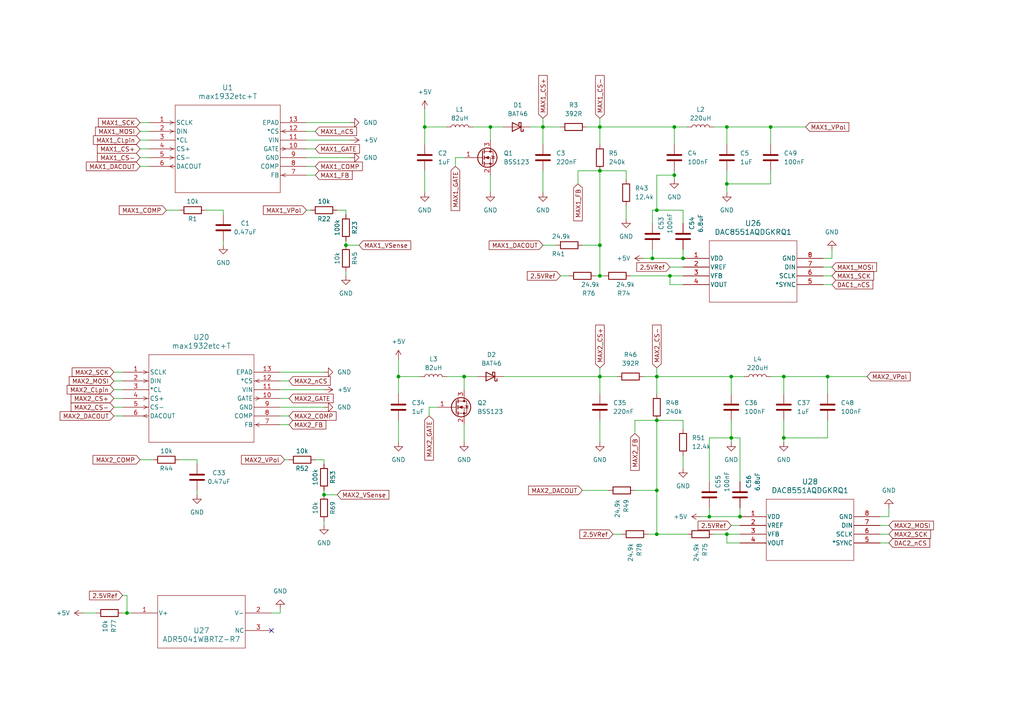
<source format=kicad_sch>
(kicad_sch (version 20230121) (generator eeschema)
  (paper "A4")
  (lib_symbols
    (symbol "0A_ADR5041WBRTZ_R7:ADR5041WBRTZ-R7" (pin_names (offset 0.254))
      (property "Reference" "U" (at 20.32 10.16 0))
      (property "Value" "ADR5041WBRTZ-R7" (at 20.32 7.62 0))
      (symbol "ADR5041WBRTZ-R7_0_1"
        (polyline (pts (xy 7.62 -10.16) (xy 33.02 -10.16)) (stroke (width 0.127)))
        (polyline (pts (xy 7.62 5.08) (xy 7.62 -10.16)) (stroke (width 0.127)))
        (polyline (pts (xy 33.02 -10.16) (xy 33.02 5.08)) (stroke (width 0.127)))
        (polyline (pts (xy 33.02 5.08) (xy 7.62 5.08)) (stroke (width 0.127)))
        (pin unspecified line (at 0 0 0) (length 7.62) (name "V+") (number "1"))
        (pin unspecified line (at 40.64 0 180) (length 7.62) (name "V-") (number "2"))
        (pin unspecified line (at 40.64 -5.08 180) (length 7.62) (name "NC") (number "3"))
      )
    )
    (symbol "0A_DAC8551AQDGKRQ1:DAC8551AQDGKRQ1" (pin_names (offset 0.254))
      (property "Reference" "U" (at 20.32 10.16 0))
      (property "Value" "DAC8551AQDGKRQ1" (at 20.32 7.62 0))
      (symbol "DAC8551AQDGKRQ1_0_1"
        (polyline (pts (xy 7.62 -12.7) (xy 33.02 -12.7)) (stroke (width 0.127)))
        (polyline (pts (xy 7.62 5.08) (xy 7.62 -12.7)) (stroke (width 0.127)))
        (polyline (pts (xy 33.02 -12.7) (xy 33.02 5.08)) (stroke (width 0.127)))
        (polyline (pts (xy 33.02 5.08) (xy 7.62 5.08)) (stroke (width 0.127)))
        (pin power_in line (at 0 0 0) (length 7.62) (name "VDD") (number "1"))
        (pin input line (at 0 -2.54 0) (length 7.62) (name "VREF") (number "2"))
        (pin output line (at 0 -5.08 0) (length 7.62) (name "VFB") (number "3"))
        (pin output line (at 0 -7.62 0) (length 7.62) (name "VOUT") (number "4"))
        (pin input line (at 40.64 -7.62 180) (length 7.62) (name "*SYNC") (number "5"))
        (pin input line (at 40.64 -5.08 180) (length 7.62) (name "SCLK") (number "6"))
        (pin input line (at 40.64 -2.54 180) (length 7.62) (name "DIN") (number "7"))
        (pin power_in line (at 40.64 0 180) (length 7.62) (name "GND") (number "8"))
      )
    )
    (symbol "2024-04-19_19-48-12:max1932etc+T" (pin_names (offset 0.254))
      (property "Reference" "U" (at 22.86 10.16 0))
      (property "Value" "max1932etc+T" (at 22.86 7.62 0))
      (symbol "max1932etc+T_0_1"
        (polyline (pts (xy 7.0993 -13.2207) (xy 6.0579 -12.7)) (stroke (width 0.127)))
        (polyline (pts (xy 7.0993 -12.1793) (xy 6.0579 -12.7)) (stroke (width 0.127)))
        (polyline (pts (xy 7.0993 -10.16) (xy 6.0579 -10.6807)) (stroke (width 0.127)))
        (polyline (pts (xy 7.0993 -10.16) (xy 6.0579 -9.6393)) (stroke (width 0.127)))
        (polyline (pts (xy 7.0993 -7.62) (xy 6.0579 -8.1407)) (stroke (width 0.127)))
        (polyline (pts (xy 7.0993 -7.62) (xy 6.0579 -7.0993)) (stroke (width 0.127)))
        (polyline (pts (xy 7.0993 -2.54) (xy 6.0579 -3.0607)) (stroke (width 0.127)))
        (polyline (pts (xy 7.0993 -2.54) (xy 6.0579 -2.0193)) (stroke (width 0.127)))
        (polyline (pts (xy 7.0993 0) (xy 6.0579 -0.5207)) (stroke (width 0.127)))
        (polyline (pts (xy 7.0993 0) (xy 6.0579 0.5207)) (stroke (width 0.127)))
        (polyline (pts (xy 7.62 -20.32) (xy 38.1 -20.32)) (stroke (width 0.127)))
        (polyline (pts (xy 7.62 5.08) (xy 7.62 -20.32)) (stroke (width 0.127)))
        (polyline (pts (xy 38.1 -20.32) (xy 38.1 5.08)) (stroke (width 0.127)))
        (polyline (pts (xy 38.1 5.08) (xy 7.62 5.08)) (stroke (width 0.127)))
        (polyline (pts (xy 38.6207 -15.24) (xy 39.6621 -15.7607)) (stroke (width 0.127)))
        (polyline (pts (xy 38.6207 -15.24) (xy 39.6621 -14.7193)) (stroke (width 0.127)))
        (polyline (pts (xy 38.6207 -8.1407) (xy 39.6621 -7.62)) (stroke (width 0.127)))
        (polyline (pts (xy 38.6207 -7.0993) (xy 39.6621 -7.62)) (stroke (width 0.127)))
        (polyline (pts (xy 38.6207 -2.54) (xy 39.6621 -3.0607)) (stroke (width 0.127)))
        (polyline (pts (xy 38.6207 -2.54) (xy 39.6621 -2.0193)) (stroke (width 0.127)))
        (pin input line (at 0 0 0) (length 7.62) (name "SCLK") (number "1"))
        (pin output line (at 45.72 -7.62 180) (length 7.62) (name "GATE") (number "10"))
        (pin power_in line (at 45.72 -5.08 180) (length 7.62) (name "VIN") (number "11"))
        (pin input line (at 45.72 -2.54 180) (length 7.62) (name "*CS") (number "12"))
        (pin unspecified line (at 45.72 0 180) (length 7.62) (name "EPAD") (number "13"))
        (pin input line (at 0 -2.54 0) (length 7.62) (name "DIN") (number "2"))
        (pin unspecified line (at 0 -5.08 0) (length 7.62) (name "*CL") (number "3"))
        (pin input line (at 0 -7.62 0) (length 7.62) (name "CS+") (number "4"))
        (pin input line (at 0 -10.16 0) (length 7.62) (name "CS-") (number "5"))
        (pin output line (at 0 -12.7 0) (length 7.62) (name "DACOUT") (number "6"))
        (pin input line (at 45.72 -15.24 180) (length 7.62) (name "FB") (number "7"))
        (pin unspecified line (at 45.72 -12.7 180) (length 7.62) (name "COMP") (number "8"))
        (pin power_in line (at 45.72 -10.16 180) (length 7.62) (name "GND") (number "9"))
      )
    )
    (symbol "Device:C" (pin_numbers hide) (pin_names (offset 0.254))
      (property "Reference" "C" (at 0.635 2.54 0))
      (property "Value" "C" (at 0.635 -2.54 0))
      (symbol "C_0_1"
        (polyline (pts (xy -2.032 -0.762) (xy 2.032 -0.762)) (stroke (width 0.508)))
        (polyline (pts (xy -2.032 0.762) (xy 2.032 0.762)) (stroke (width 0.508)))
      )
      (symbol "C_1_1"
        (pin passive line (at 0 3.81 270) (length 2.794) (name "~") (number "1"))
        (pin passive line (at 0 -3.81 90) (length 2.794) (name "~") (number "2"))
      )
    )
    (symbol "Device:L" (pin_numbers hide) (pin_names (offset 1.016) hide)
      (property "Reference" "L" (at -1.27 0 90))
      (property "Value" "L" (at 1.905 0 90))
      (symbol "L_0_1"
        (arc (start 0 -2.54) (mid 0.6323 -1.905) (end 0 -1.27))
        (arc (start 0 -1.27) (mid 0.6323 -0.635) (end 0 0))
        (arc (start 0 0) (mid 0.6323 0.635) (end 0 1.27))
        (arc (start 0 1.27) (mid 0.6323 1.905) (end 0 2.54))
      )
      (symbol "L_1_1"
        (pin passive line (at 0 3.81 270) (length 1.27) (name "1") (number "1"))
        (pin passive line (at 0 -3.81 90) (length 1.27) (name "2") (number "2"))
      )
    )
    (symbol "Device:R" (pin_numbers hide) (pin_names (offset 0))
      (property "Reference" "R" (at 2.032 0 90))
      (property "Value" "R" (at 0 0 90))
      (symbol "R_0_1"
        (rectangle (start -1.016 -2.54) (end 1.016 2.54) (stroke (width 0.254)))
      )
      (symbol "R_1_1"
        (pin passive line (at 0 3.81 270) (length 1.27) (name "~") (number "1"))
        (pin passive line (at 0 -3.81 90) (length 1.27) (name "~") (number "2"))
      )
    )
    (symbol "Diode:BAT46" (pin_numbers hide) (pin_names (offset 1.016) hide)
      (property "Reference" "D" (at 0 2.54 0))
      (property "Value" "BAT46" (at 0 -2.54 0))
      (symbol "BAT46_0_1"
        (polyline (pts (xy 1.27 0) (xy -1.27 0)))
        (polyline (pts (xy 1.27 1.27) (xy 1.27 -1.27) (xy -1.27 0) (xy 1.27 1.27)) (stroke (width 0.254)))
        (polyline (pts (xy -1.905 0.635) (xy -1.905 1.27) (xy -1.27 1.27) (xy -1.27 -1.27) (xy -0.635 -1.27) (xy -0.635 -0.635)) (stroke (width 0.254)))
      )
      (symbol "BAT46_1_1"
        (pin passive line (at -3.81 0 0) (length 2.54) (name "K") (number "1"))
        (pin passive line (at 3.81 0 180) (length 2.54) (name "A") (number "2"))
      )
    )
    (symbol "Transistor_FET:BSS123" (pin_names hide)
      (property "Reference" "Q" (at 5.08 1.905 0))
      (property "Value" "BSS123" (at 5.08 0 0))
      (symbol "BSS123_0_1"
        (polyline (pts (xy 0.254 0) (xy -2.54 0)))
        (polyline (pts (xy 0.254 1.905) (xy 0.254 -1.905)) (stroke (width 0.254)))
        (polyline (pts (xy 0.762 -1.27) (xy 0.762 -2.286)) (stroke (width 0.254)))
        (polyline (pts (xy 0.762 0.508) (xy 0.762 -0.508)) (stroke (width 0.254)))
        (polyline (pts (xy 0.762 2.286) (xy 0.762 1.27)) (stroke (width 0.254)))
        (polyline (pts (xy 2.54 2.54) (xy 2.54 1.778)))
        (polyline (pts (xy 2.54 -2.54) (xy 2.54 0) (xy 0.762 0)))
        (polyline (pts (xy 0.762 -1.778) (xy 3.302 -1.778) (xy 3.302 1.778) (xy 0.762 1.778)))
        (polyline (pts (xy 1.016 0) (xy 2.032 0.381) (xy 2.032 -0.381) (xy 1.016 0)) (fill (type outline)))
        (polyline (pts (xy 2.794 0.508) (xy 2.921 0.381) (xy 3.683 0.381) (xy 3.81 0.254)))
        (polyline (pts (xy 3.302 0.381) (xy 2.921 -0.254) (xy 3.683 -0.254) (xy 3.302 0.381)))
        (circle (center 1.651 0) (radius 2.794) (stroke (width 0.254)))
        (circle (center 2.54 -1.778) (radius 0.254) (fill (type outline)))
        (circle (center 2.54 1.778) (radius 0.254) (fill (type outline)))
      )
      (symbol "BSS123_1_1"
        (pin input line (at -5.08 0 0) (length 2.54) (name "G") (number "1"))
        (pin passive line (at 2.54 -5.08 90) (length 2.54) (name "S") (number "2"))
        (pin passive line (at 2.54 5.08 270) (length 2.54) (name "D") (number "3"))
      )
    )
    (symbol "power:+5V" (power) (pin_names (offset 0))
      (property "Value" "+5V" (at 0 3.556 0))
      (symbol "+5V_0_1"
        (polyline (pts (xy -0.762 1.27) (xy 0 2.54)))
        (polyline (pts (xy 0 0) (xy 0 2.54)))
        (polyline (pts (xy 0 2.54) (xy 0.762 1.27)))
      )
      (symbol "+5V_1_1"
        (pin power_in line (at 0 0 90) (length 0) hide (name "+5V") (number "1"))
      )
    )
    (symbol "power:GND" (power) (pin_names (offset 0))
      (property "Value" "GND" (at 0 -3.81 0))
      (symbol "GND_0_1"
        (polyline (pts (xy 0 0) (xy 0 -1.27) (xy 1.27 -1.27) (xy 0 -2.54) (xy -1.27 -1.27) (xy 0 -1.27)))
      )
      (symbol "GND_1_1"
        (pin power_in line (at 0 0 270) (length 0) hide (name "GND") (number "1"))
      )
    )
  )
  (junction (at 190.5 154.94))
  (junction (at 173.99 49.53))
  (junction (at 157.48 36.83))
  (junction (at 173.99 36.83))
  (junction (at 227.33 109.22))
  (junction (at 100.33 71.12))
  (junction (at 212.09 127))
  (junction (at 190.5 142.24))
  (junction (at 210.82 36.83))
  (junction (at 210.82 154.94))
  (junction (at 142.24 36.83))
  (junction (at 134.62 109.22))
  (junction (at 227.33 127))
  (junction (at 189.23 74.93))
  (junction (at 214.63 149.86))
  (junction (at 194.31 80.01))
  (junction (at 93.98 143.51))
  (junction (at 205.74 149.86))
  (junction (at 36.83 177.8))
  (junction (at 210.82 53.34))
  (junction (at 195.58 36.83))
  (junction (at 212.09 109.22))
  (junction (at 123.19 36.83))
  (junction (at 223.52 36.83))
  (junction (at 190.5 121.92))
  (junction (at 195.58 50.8))
  (junction (at 240.03 109.22))
  (junction (at 190.5 109.22))
  (junction (at 173.99 71.12))
  (junction (at 190.5 60.96))
  (junction (at 115.57 109.22))
  (junction (at 173.99 80.01))
  (junction (at 173.99 109.22))
  (junction (at 198.12 74.93))
  (no_connect (at 78.74 182.88))
  (wire (pts (xy 189.23 74.93) (xy 198.12 74.93)))
  (wire (pts (xy 173.99 109.22) (xy 179.07 109.22)))
  (wire (pts (xy 153.67 36.83) (xy 157.48 36.83)))
  (wire (pts (xy 35.56 177.8) (xy 36.83 177.8)))
  (wire (pts (xy 64.77 69.85) (xy 64.77 71.12)))
  (wire (pts (xy 190.5 109.22) (xy 190.5 114.3)))
  (wire (pts (xy 167.64 53.34) (xy 167.64 49.53)))
  (wire (pts (xy 223.52 49.53) (xy 223.52 53.34)))
  (wire (pts (xy 198.12 60.96) (xy 190.5 60.96)))
  (wire (pts (xy 88.9 43.18) (xy 91.44 43.18)))
  (wire (pts (xy 168.91 142.24) (xy 176.53 142.24)))
  (wire (pts (xy 134.62 109.22) (xy 138.43 109.22)))
  (wire (pts (xy 64.77 62.23) (xy 64.77 60.96)))
  (wire (pts (xy 91.44 133.35) (xy 93.98 133.35)))
  (wire (pts (xy 33.02 115.57) (xy 35.56 115.57)))
  (wire (pts (xy 240.03 109.22) (xy 240.03 114.3)))
  (wire (pts (xy 240.03 127) (xy 227.33 127)))
  (wire (pts (xy 223.52 109.22) (xy 227.33 109.22)))
  (wire (pts (xy 173.99 106.68) (xy 173.99 109.22)))
  (wire (pts (xy 189.23 72.39) (xy 189.23 74.93)))
  (wire (pts (xy 195.58 41.91) (xy 195.58 36.83)))
  (wire (pts (xy 129.54 109.22) (xy 134.62 109.22)))
  (wire (pts (xy 172.72 80.01) (xy 173.99 80.01)))
  (wire (pts (xy 210.82 157.48) (xy 210.82 154.94)))
  (wire (pts (xy 198.12 72.39) (xy 198.12 74.93)))
  (wire (pts (xy 100.33 60.96) (xy 100.33 62.23)))
  (wire (pts (xy 142.24 36.83) (xy 142.24 40.64)))
  (wire (pts (xy 212.09 121.92) (xy 212.09 127)))
  (wire (pts (xy 40.64 133.35) (xy 44.45 133.35)))
  (wire (pts (xy 115.57 109.22) (xy 115.57 114.3)))
  (wire (pts (xy 134.62 123.19) (xy 134.62 128.27)))
  (wire (pts (xy 210.82 154.94) (xy 214.63 154.94)))
  (wire (pts (xy 240.03 109.22) (xy 251.46 109.22)))
  (wire (pts (xy 40.64 45.72) (xy 43.18 45.72)))
  (wire (pts (xy 100.33 69.85) (xy 100.33 71.12)))
  (wire (pts (xy 173.99 49.53) (xy 181.61 49.53)))
  (wire (pts (xy 210.82 53.34) (xy 210.82 55.88)))
  (wire (pts (xy 132.08 45.72) (xy 132.08 48.26)))
  (wire (pts (xy 190.5 142.24) (xy 190.5 121.92)))
  (wire (pts (xy 81.28 110.49) (xy 83.82 110.49)))
  (wire (pts (xy 81.28 123.19) (xy 83.82 123.19)))
  (wire (pts (xy 210.82 49.53) (xy 210.82 53.34)))
  (wire (pts (xy 190.5 60.96) (xy 190.5 50.8)))
  (wire (pts (xy 255.27 152.4) (xy 257.81 152.4)))
  (wire (pts (xy 88.9 60.96) (xy 90.17 60.96)))
  (wire (pts (xy 181.61 59.69) (xy 181.61 63.5)))
  (wire (pts (xy 36.83 172.72) (xy 36.83 177.8)))
  (wire (pts (xy 33.02 120.65) (xy 35.56 120.65)))
  (wire (pts (xy 88.9 38.1) (xy 91.44 38.1)))
  (wire (pts (xy 142.24 36.83) (xy 146.05 36.83)))
  (wire (pts (xy 157.48 49.53) (xy 157.48 55.88)))
  (wire (pts (xy 93.98 142.24) (xy 93.98 143.51)))
  (wire (pts (xy 212.09 152.4) (xy 214.63 152.4)))
  (wire (pts (xy 100.33 71.12) (xy 104.14 71.12)))
  (wire (pts (xy 203.2 149.86) (xy 205.74 149.86)))
  (wire (pts (xy 48.26 60.96) (xy 52.07 60.96)))
  (wire (pts (xy 88.9 35.56) (xy 101.6 35.56)))
  (wire (pts (xy 173.99 36.83) (xy 173.99 41.91)))
  (wire (pts (xy 88.9 48.26) (xy 91.44 48.26)))
  (wire (pts (xy 173.99 71.12) (xy 173.99 49.53)))
  (wire (pts (xy 212.09 114.3) (xy 212.09 109.22)))
  (wire (pts (xy 255.27 157.48) (xy 257.81 157.48)))
  (wire (pts (xy 189.23 60.96) (xy 189.23 64.77)))
  (wire (pts (xy 214.63 139.7) (xy 214.63 127)))
  (wire (pts (xy 190.5 154.94) (xy 190.5 142.24)))
  (wire (pts (xy 223.52 36.83) (xy 233.68 36.83)))
  (wire (pts (xy 40.64 38.1) (xy 43.18 38.1)))
  (wire (pts (xy 157.48 36.83) (xy 162.56 36.83)))
  (wire (pts (xy 190.5 121.92) (xy 198.12 121.92)))
  (wire (pts (xy 24.13 177.8) (xy 27.94 177.8)))
  (wire (pts (xy 223.52 53.34) (xy 210.82 53.34)))
  (wire (pts (xy 227.33 109.22) (xy 240.03 109.22)))
  (wire (pts (xy 170.18 36.83) (xy 173.99 36.83)))
  (wire (pts (xy 123.19 36.83) (xy 129.54 36.83)))
  (wire (pts (xy 205.74 127) (xy 212.09 127)))
  (wire (pts (xy 207.01 154.94) (xy 210.82 154.94)))
  (wire (pts (xy 33.02 113.03) (xy 35.56 113.03)))
  (wire (pts (xy 173.99 109.22) (xy 173.99 114.3)))
  (wire (pts (xy 195.58 36.83) (xy 173.99 36.83)))
  (wire (pts (xy 123.19 49.53) (xy 123.19 55.88)))
  (wire (pts (xy 81.28 118.11) (xy 93.98 118.11)))
  (wire (pts (xy 93.98 143.51) (xy 97.79 143.51)))
  (wire (pts (xy 184.15 142.24) (xy 190.5 142.24)))
  (wire (pts (xy 127 118.11) (xy 124.46 118.11)))
  (wire (pts (xy 194.31 82.55) (xy 194.31 80.01)))
  (wire (pts (xy 134.62 45.72) (xy 132.08 45.72)))
  (wire (pts (xy 64.77 60.96) (xy 59.69 60.96)))
  (wire (pts (xy 97.79 60.96) (xy 100.33 60.96)))
  (wire (pts (xy 33.02 110.49) (xy 35.56 110.49)))
  (wire (pts (xy 162.56 80.01) (xy 165.1 80.01)))
  (wire (pts (xy 57.15 133.35) (xy 52.07 133.35)))
  (wire (pts (xy 195.58 36.83) (xy 199.39 36.83)))
  (wire (pts (xy 81.28 120.65) (xy 83.82 120.65)))
  (wire (pts (xy 81.28 113.03) (xy 93.98 113.03)))
  (wire (pts (xy 205.74 147.32) (xy 205.74 149.86)))
  (wire (pts (xy 190.5 50.8) (xy 195.58 50.8)))
  (wire (pts (xy 177.8 154.94) (xy 180.34 154.94)))
  (wire (pts (xy 205.74 149.86) (xy 214.63 149.86)))
  (wire (pts (xy 175.26 80.01) (xy 173.99 80.01)))
  (wire (pts (xy 173.99 34.29) (xy 173.99 36.83)))
  (wire (pts (xy 157.48 71.12) (xy 161.29 71.12)))
  (wire (pts (xy 123.19 31.75) (xy 123.19 36.83)))
  (wire (pts (xy 257.81 149.86) (xy 255.27 149.86)))
  (wire (pts (xy 186.69 109.22) (xy 190.5 109.22)))
  (wire (pts (xy 181.61 49.53) (xy 181.61 52.07)))
  (wire (pts (xy 115.57 121.92) (xy 115.57 128.27)))
  (wire (pts (xy 124.46 118.11) (xy 124.46 120.65)))
  (wire (pts (xy 182.88 80.01) (xy 194.31 80.01)))
  (wire (pts (xy 93.98 151.13) (xy 93.98 152.4)))
  (wire (pts (xy 57.15 142.24) (xy 57.15 143.51)))
  (wire (pts (xy 36.83 177.8) (xy 38.1 177.8)))
  (wire (pts (xy 198.12 121.92) (xy 198.12 124.46)))
  (wire (pts (xy 88.9 45.72) (xy 101.6 45.72)))
  (wire (pts (xy 195.58 50.8) (xy 195.58 52.07)))
  (wire (pts (xy 137.16 36.83) (xy 142.24 36.83)))
  (wire (pts (xy 198.12 82.55) (xy 194.31 82.55)))
  (wire (pts (xy 33.02 118.11) (xy 35.56 118.11)))
  (wire (pts (xy 40.64 40.64) (xy 43.18 40.64)))
  (wire (pts (xy 227.33 121.92) (xy 227.33 127)))
  (wire (pts (xy 210.82 36.83) (xy 210.82 41.91)))
  (wire (pts (xy 186.69 74.93) (xy 189.23 74.93)))
  (wire (pts (xy 205.74 139.7) (xy 205.74 127)))
  (wire (pts (xy 115.57 109.22) (xy 121.92 109.22)))
  (wire (pts (xy 57.15 134.62) (xy 57.15 133.35)))
  (wire (pts (xy 195.58 49.53) (xy 195.58 50.8)))
  (wire (pts (xy 173.99 121.92) (xy 173.99 128.27)))
  (wire (pts (xy 198.12 77.47) (xy 194.31 77.47)))
  (wire (pts (xy 238.76 77.47) (xy 241.3 77.47)))
  (wire (pts (xy 214.63 157.48) (xy 210.82 157.48)))
  (wire (pts (xy 157.48 34.29) (xy 157.48 36.83)))
  (wire (pts (xy 40.64 35.56) (xy 43.18 35.56)))
  (wire (pts (xy 227.33 127) (xy 227.33 128.27)))
  (wire (pts (xy 88.9 40.64) (xy 101.6 40.64)))
  (wire (pts (xy 81.28 176.53) (xy 81.28 177.8)))
  (wire (pts (xy 241.3 74.93) (xy 238.76 74.93)))
  (wire (pts (xy 81.28 115.57) (xy 83.82 115.57)))
  (wire (pts (xy 142.24 50.8) (xy 142.24 55.88)))
  (wire (pts (xy 198.12 64.77) (xy 198.12 60.96)))
  (wire (pts (xy 184.15 125.73) (xy 184.15 121.92)))
  (wire (pts (xy 157.48 36.83) (xy 157.48 41.91)))
  (wire (pts (xy 212.09 127) (xy 212.09 128.27)))
  (wire (pts (xy 123.19 36.83) (xy 123.19 41.91)))
  (wire (pts (xy 212.09 109.22) (xy 190.5 109.22)))
  (wire (pts (xy 198.12 132.08) (xy 198.12 135.89)))
  (wire (pts (xy 212.09 109.22) (xy 215.9 109.22)))
  (wire (pts (xy 168.91 71.12) (xy 173.99 71.12)))
  (wire (pts (xy 240.03 121.92) (xy 240.03 127)))
  (wire (pts (xy 194.31 80.01) (xy 198.12 80.01)))
  (wire (pts (xy 33.02 107.95) (xy 35.56 107.95)))
  (wire (pts (xy 146.05 109.22) (xy 173.99 109.22)))
  (wire (pts (xy 223.52 36.83) (xy 223.52 41.91)))
  (wire (pts (xy 238.76 82.55) (xy 241.3 82.55)))
  (wire (pts (xy 238.76 80.01) (xy 241.3 80.01)))
  (wire (pts (xy 81.28 107.95) (xy 93.98 107.95)))
  (wire (pts (xy 257.81 147.32) (xy 257.81 149.86)))
  (wire (pts (xy 93.98 133.35) (xy 93.98 134.62)))
  (wire (pts (xy 88.9 50.8) (xy 91.44 50.8)))
  (wire (pts (xy 207.01 36.83) (xy 210.82 36.83)))
  (wire (pts (xy 241.3 72.39) (xy 241.3 74.93)))
  (wire (pts (xy 167.64 49.53) (xy 173.99 49.53)))
  (wire (pts (xy 40.64 43.18) (xy 43.18 43.18)))
  (wire (pts (xy 210.82 36.83) (xy 223.52 36.83)))
  (wire (pts (xy 190.5 60.96) (xy 189.23 60.96)))
  (wire (pts (xy 190.5 106.68) (xy 190.5 109.22)))
  (wire (pts (xy 35.56 172.72) (xy 36.83 172.72)))
  (wire (pts (xy 184.15 121.92) (xy 190.5 121.92)))
  (wire (pts (xy 81.28 177.8) (xy 78.74 177.8)))
  (wire (pts (xy 187.96 154.94) (xy 190.5 154.94)))
  (wire (pts (xy 82.55 133.35) (xy 83.82 133.35)))
  (wire (pts (xy 173.99 71.12) (xy 173.99 80.01)))
  (wire (pts (xy 255.27 154.94) (xy 257.81 154.94)))
  (wire (pts (xy 227.33 109.22) (xy 227.33 114.3)))
  (wire (pts (xy 40.64 48.26) (xy 43.18 48.26)))
  (wire (pts (xy 100.33 78.74) (xy 100.33 80.01)))
  (wire (pts (xy 214.63 147.32) (xy 214.63 149.86)))
  (wire (pts (xy 134.62 109.22) (xy 134.62 113.03)))
  (wire (pts (xy 214.63 127) (xy 212.09 127)))
  (wire (pts (xy 199.39 154.94) (xy 190.5 154.94)))
  (wire (pts (xy 115.57 104.14) (xy 115.57 109.22)))
  (global_label "MAX2_SCK" (shape input) (at 33.02 107.95 180) (property "Intersheetrefs" "${INTERSHEET_REFS}" (effects hide)))
  (global_label "MAX2_CLpin" (shape input) (at 33.02 113.03 180) (property "Intersheetrefs" "${INTERSHEET_REFS}" (effects hide)))
  (global_label "MAX1_SCK" (shape input) (at 241.3 80.01 0) (property "Intersheetrefs" "${INTERSHEET_REFS}" (effects hide)))
  (global_label "MAX2_VPol" (shape input) (at 82.55 133.35 180) (property "Intersheetrefs" "${INTERSHEET_REFS}" (effects hide)))
  (global_label "MAX1_VSense" (shape input) (at 104.14 71.12 0) (property "Intersheetrefs" "${INTERSHEET_REFS}" (effects hide)))
  (global_label "MAX2_SCK" (shape input) (at 257.81 154.94 0) (property "Intersheetrefs" "${INTERSHEET_REFS}" (effects hide)))
  (global_label "2.5VRef" (shape input) (at 212.09 152.4 180) (property "Intersheetrefs" "${INTERSHEET_REFS}" (effects hide)))
  (global_label "MAX1_CS+" (shape input) (at 157.48 34.29 90) (property "Intersheetrefs" "${INTERSHEET_REFS}" (effects hide)))
  (global_label "MAX1_MOSI" (shape input) (at 40.64 38.1 180) (property "Intersheetrefs" "${INTERSHEET_REFS}" (effects hide)))
  (global_label "MAX2_MOSI" (shape input) (at 257.81 152.4 0) (property "Intersheetrefs" "${INTERSHEET_REFS}" (effects hide)))
  (global_label "MAX2_CS+" (shape input) (at 173.99 106.68 90) (property "Intersheetrefs" "${INTERSHEET_REFS}" (effects hide)))
  (global_label "DAC2_nCS" (shape input) (at 257.81 157.48 0) (property "Intersheetrefs" "${INTERSHEET_REFS}" (effects hide)))
  (global_label "MAX1_GATE" (shape input) (at 91.44 43.18 0) (property "Intersheetrefs" "${INTERSHEET_REFS}" (effects hide)))
  (global_label "MAX1_VPol" (shape input) (at 233.68 36.83 0) (property "Intersheetrefs" "${INTERSHEET_REFS}" (effects hide)))
  (global_label "MAX2_CS-" (shape input) (at 33.02 118.11 180) (property "Intersheetrefs" "${INTERSHEET_REFS}" (effects hide)))
  (global_label "MAX2_nCS" (shape input) (at 83.82 110.49 0) (property "Intersheetrefs" "${INTERSHEET_REFS}" (effects hide)))
  (global_label "MAX2_FB" (shape input) (at 83.82 123.19 0) (property "Intersheetrefs" "${INTERSHEET_REFS}" (effects hide)))
  (global_label "MAX2_COMP" (shape input) (at 40.64 133.35 180) (property "Intersheetrefs" "${INTERSHEET_REFS}" (effects hide)))
  (global_label "2.5VRef" (shape input) (at 177.8 154.94 180) (property "Intersheetrefs" "${INTERSHEET_REFS}" (effects hide)))
  (global_label "MAX2_VSense" (shape input) (at 97.79 143.51 0) (property "Intersheetrefs" "${INTERSHEET_REFS}" (effects hide)))
  (global_label "DAC1_nCS" (shape input) (at 241.3 82.55 0) (property "Intersheetrefs" "${INTERSHEET_REFS}" (effects hide)))
  (global_label "MAX2_FB" (shape input) (at 184.15 125.73 270) (property "Intersheetrefs" "${INTERSHEET_REFS}" (effects hide)))
  (global_label "MAX1_FB" (shape input) (at 167.64 53.34 270) (property "Intersheetrefs" "${INTERSHEET_REFS}" (effects hide)))
  (global_label "MAX1_SCK" (shape input) (at 40.64 35.56 180) (property "Intersheetrefs" "${INTERSHEET_REFS}" (effects hide)))
  (global_label "MAX1_CS-" (shape input) (at 173.99 34.29 90) (property "Intersheetrefs" "${INTERSHEET_REFS}" (effects hide)))
  (global_label "MAX2_CS+" (shape input) (at 33.02 115.57 180) (property "Intersheetrefs" "${INTERSHEET_REFS}" (effects hide)))
  (global_label "MAX1_CS+" (shape input) (at 40.64 43.18 180) (property "Intersheetrefs" "${INTERSHEET_REFS}" (effects hide)))
  (global_label "MAX1_nCS" (shape input) (at 91.44 38.1 0) (property "Intersheetrefs" "${INTERSHEET_REFS}" (effects hide)))
  (global_label "MAX1_COMP" (shape input) (at 48.26 60.96 180) (property "Intersheetrefs" "${INTERSHEET_REFS}" (effects hide)))
  (global_label "MAX1_CS-" (shape input) (at 40.64 45.72 180) (property "Intersheetrefs" "${INTERSHEET_REFS}" (effects hide)))
  (global_label "MAX1_GATE" (shape input) (at 132.08 48.26 270) (property "Intersheetrefs" "${INTERSHEET_REFS}" (effects hide)))
  (global_label "2.5VRef" (shape input) (at 162.56 80.01 180) (property "Intersheetrefs" "${INTERSHEET_REFS}" (effects hide)))
  (global_label "MAX2_CS-" (shape input) (at 190.5 106.68 90) (property "Intersheetrefs" "${INTERSHEET_REFS}" (effects hide)))
  (global_label "MAX1_COMP" (shape input) (at 91.44 48.26 0) (property "Intersheetrefs" "${INTERSHEET_REFS}" (effects hide)))
  (global_label "2.5VRef" (shape input) (at 194.31 77.47 180) (property "Intersheetrefs" "${INTERSHEET_REFS}" (effects hide)))
  (global_label "MAX2_VPol" (shape input) (at 251.46 109.22 0) (property "Intersheetrefs" "${INTERSHEET_REFS}" (effects hide)))
  (global_label "MAX1_VPol" (shape input) (at 88.9 60.96 180) (property "Intersheetrefs" "${INTERSHEET_REFS}" (effects hide)))
  (global_label "MAX1_CLpin" (shape input) (at 40.64 40.64 180) (property "Intersheetrefs" "${INTERSHEET_REFS}" (effects hide)))
  (global_label "MAX1_MOSI" (shape input) (at 241.3 77.47 0) (property "Intersheetrefs" "${INTERSHEET_REFS}" (effects hide)))
  (global_label "2.5VRef" (shape input) (at 35.56 172.72 180) (property "Intersheetrefs" "${INTERSHEET_REFS}" (effects hide)))
  (global_label "MAX2_MOSI" (shape input) (at 33.02 110.49 180) (property "Intersheetrefs" "${INTERSHEET_REFS}" (effects hide)))
  (global_label "MAX1_DACOUT" (shape input) (at 40.64 48.26 180) (property "Intersheetrefs" "${INTERSHEET_REFS}" (effects hide)))
  (global_label "MAX1_DACOUT" (shape input) (at 157.48 71.12 180) (property "Intersheetrefs" "${INTERSHEET_REFS}" (effects hide)))
  (global_label "MAX2_GATE" (shape input) (at 124.46 120.65 270) (property "Intersheetrefs" "${INTERSHEET_REFS}" (effects hide)))
  (global_label "MAX2_COMP" (shape input) (at 83.82 120.65 0) (property "Intersheetrefs" "${INTERSHEET_REFS}" (effects hide)))
  (global_label "MAX2_DACOUT" (shape input) (at 33.02 120.65 180) (property "Intersheetrefs" "${INTERSHEET_REFS}" (effects hide)))
  (global_label "MAX1_FB" (shape input) (at 91.44 50.8 0) (property "Intersheetrefs" "${INTERSHEET_REFS}" (effects hide)))
  (global_label "MAX2_GATE" (shape input) (at 83.82 115.57 0) (property "Intersheetrefs" "${INTERSHEET_REFS}" (effects hide)))
  (global_label "MAX2_DACOUT" (shape input) (at 168.91 142.24 180) (property "Intersheetrefs" "${INTERSHEET_REFS}" (effects hide)))
  (symbol (lib_id "Device:C") (at 157.48 45.72 0) (unit 1)
    (property "Reference" "C3" (at 161.29 44.45 0) (effects (justify left)))
    (property "Value" "220nF" (at 161.29 46.99 0) (effects (justify left)))
    (property "Footprint" "Capacitor_SMD:C_0603_1608Metric" (effects hide))
  )
  (symbol (lib_id "power:GND") (at 241.3 72.39 180) (unit 1)
    (property "Reference" "#PWR0115" (effects hide))
    (property "Value" "GND" (at 241.3 67.31 0))
  )
  (symbol (lib_id "Device:C") (at 189.23 68.58 180) (unit 1)
    (property "Reference" "C53" (at 191.77 64.77 90))
    (property "Value" "100nF" (at 194.31 64.77 90))
    (property "Footprint" "Capacitor_SMD:C_0805_2012Metric" (effects hide))
  )
  (symbol (lib_id "Transistor_FET:BSS123") (at 132.08 118.11 0) (unit 1)
    (property "Reference" "Q2" (at 138.43 116.84 0) (effects (justify left)))
    (property "Value" "BSS123" (at 138.43 119.38 0) (effects (justify left)))
    (property "Footprint" "Package_TO_SOT_SMD:TSOT-23" (effects hide))
    (property "Datasheet" "http://www.diodes.com/assets/Datasheets/ds30366.pdf" (effects hide))
  )
  (symbol (lib_id "Device:C") (at 212.09 118.11 0) (unit 1)
    (property "Reference" "C36" (at 215.9 116.84 0) (effects (justify left)))
    (property "Value" "100nF" (at 215.9 119.38 0) (effects (justify left)))
    (property "Footprint" "Capacitor_SMD:C_0603_1608Metric" (effects hide))
  )
  (symbol (lib_id "Device:R") (at 48.26 133.35 90) (mirror x) (unit 1)
    (property "Reference" "R44" (at 48.26 135.89 90))
    (property "Value" "10k" (at 48.26 130.81 90))
    (property "Footprint" "Resistor_SMD:R_0603_1608Metric" (effects hide))
  )
  (symbol (lib_id "2024-04-19_19-48-12:max1932etc+T") (at 43.18 35.56 0) (unit 1)
    (property "Reference" "U1" (at 66.04 25.4 0) (effects (font (size 1.524 1.524))))
    (property "Value" "max1932etc+T" (at 66.04 27.94 0) (effects (font (size 1.524 1.524))))
    (property "Footprint" "0A_MAX1932:21-0139_T1244&plus_4_MXM" (effects hide))
    (property "Datasheet" "max1932etc+T" (effects hide))
  )
  (symbol (lib_id "Device:C") (at 223.52 45.72 0) (unit 1)
    (property "Reference" "C49" (at 227.33 44.45 0) (effects (justify left)))
    (property "Value" "100nF" (at 227.33 46.99 0) (effects (justify left)))
    (property "Footprint" "Capacitor_SMD:C_0805_2012Metric" (effects hide))
  )
  (symbol (lib_id "0A_ADR5041WBRTZ_R7:ADR5041WBRTZ-R7") (at 38.1 177.8 0) (unit 1)
    (property "Reference" "U27" (at 58.42 182.88 0) (effects (font (size 1.524 1.524))))
    (property "Value" "ADR5041WBRTZ-R7" (at 58.42 185.42 0) (effects (font (size 1.524 1.524))))
    (property "Footprint" "0A_ADR5041WBRTZ_R7:RT_3_ADI" (effects hide))
    (property "Datasheet" "ADR5041WBRTZ-R7" (effects hide))
  )
  (symbol (lib_id "Device:C") (at 198.12 68.58 180) (unit 1)
    (property "Reference" "C54" (at 200.66 64.77 90))
    (property "Value" "6.8uF" (at 203.2 64.77 90))
    (property "Footprint" "Capacitor_SMD:C_0805_2012Metric" (effects hide))
  )
  (symbol (lib_id "power:GND") (at 100.33 80.01 0) (unit 1)
    (property "Reference" "#PWR035" (effects hide))
    (property "Value" "GND" (at 100.33 85.09 0))
  )
  (symbol (lib_id "Device:R") (at 100.33 66.04 0) (mirror x) (unit 1)
    (property "Reference" "R23" (at 102.87 66.04 90))
    (property "Value" "100k" (at 97.79 66.04 90))
    (property "Footprint" "Resistor_SMD:R_0805_2012Metric" (effects hide))
  )
  (symbol (lib_id "0A_DAC8551AQDGKRQ1:DAC8551AQDGKRQ1") (at 214.63 149.86 0) (unit 1)
    (property "Reference" "U28" (at 234.95 139.7 0) (effects (font (size 1.524 1.524))))
    (property "Value" "DAC8551AQDGKRQ1" (at 234.95 142.24 0) (effects (font (size 1.524 1.524))))
    (property "Footprint" "0A_DAC8551AQDGKRQ1:DGK8_TEX" (effects hide))
    (property "Datasheet" "DAC8551AQDGKRQ1" (effects hide))
  )
  (symbol (lib_id "power:GND") (at 173.99 128.27 0) (unit 1)
    (property "Reference" "#PWR091" (effects hide))
    (property "Value" "GND" (at 173.99 133.35 0))
  )
  (symbol (lib_id "Device:C") (at 115.57 118.11 0) (unit 1)
    (property "Reference" "C34" (at 119.38 116.84 0) (effects (justify left)))
    (property "Value" "1uF" (at 119.38 119.38 0) (effects (justify left)))
    (property "Footprint" "Capacitor_SMD:C_1206_3216Metric" (effects hide))
  )
  (symbol (lib_id "Device:R") (at 93.98 147.32 0) (mirror x) (unit 1)
    (property "Reference" "R69" (at 96.52 147.32 90))
    (property "Value" "10k" (at 91.44 147.32 90))
    (property "Footprint" "Resistor_SMD:R_0805_2012Metric" (effects hide))
  )
  (symbol (lib_id "Diode:BAT46") (at 142.24 109.22 180) (unit 1)
    (property "Reference" "D2" (at 142.5575 102.87 0))
    (property "Value" "BAT46" (at 142.5575 105.41 0))
    (property "Footprint" "Diode_SMD:D_SOD-123" (effects hide))
    (property "Datasheet" "http://www.vishay.com/docs/85662/bat46.pdf" (effects hide))
  )
  (symbol (lib_id "Device:R") (at 100.33 74.93 0) (mirror x) (unit 1)
    (property "Reference" "R45" (at 102.87 74.93 90))
    (property "Value" "10k" (at 97.79 74.93 90))
    (property "Footprint" "Resistor_SMD:R_0805_2012Metric" (effects hide))
  )
  (symbol (lib_id "Device:R") (at 203.2 154.94 270) (unit 1)
    (property "Reference" "R75" (at 204.47 157.48 0) (effects (justify left)))
    (property "Value" "24.9k" (at 201.93 157.48 0) (effects (justify left)))
    (property "Footprint" "Resistor_SMD:R_0603_1608Metric" (effects hide))
  )
  (symbol (lib_id "power:GND") (at 93.98 107.95 90) (unit 1)
    (property "Reference" "#PWR085" (effects hide))
    (property "Value" "GND" (at 97.79 107.95 90) (effects (justify right)))
  )
  (symbol (lib_id "Device:C") (at 240.03 118.11 0) (unit 1)
    (property "Reference" "C48" (at 243.84 116.84 0) (effects (justify left)))
    (property "Value" "100nF" (at 243.84 119.38 0) (effects (justify left)))
    (property "Footprint" "Capacitor_SMD:C_0805_2012Metric" (effects hide))
  )
  (symbol (lib_id "power:+5V") (at 24.13 177.8 90) (unit 1)
    (property "Reference" "#PWR0117" (effects hide))
    (property "Value" "+5V" (at 20.32 177.8 90) (effects (justify left)))
  )
  (symbol (lib_id "Device:R") (at 55.88 60.96 90) (mirror x) (unit 1)
    (property "Reference" "R1" (at 55.88 63.5 90))
    (property "Value" "10k" (at 55.88 58.42 90))
    (property "Footprint" "Resistor_SMD:R_0603_1608Metric" (effects hide))
  )
  (symbol (lib_id "Device:L") (at 203.2 36.83 90) (unit 1)
    (property "Reference" "L2" (at 203.2 31.75 90))
    (property "Value" "220uH" (at 203.2 34.29 90))
    (property "Footprint" "Inductor_SMD:L_1210_3225Metric" (effects hide))
  )
  (symbol (lib_id "Device:R") (at 179.07 80.01 90) (unit 1)
    (property "Reference" "R74" (at 182.88 85.09 90) (effects (justify left)))
    (property "Value" "24.9k" (at 184.15 82.55 90) (effects (justify left)))
    (property "Footprint" "Resistor_SMD:R_0603_1608Metric" (effects hide))
  )
  (symbol (lib_id "Device:R") (at 190.5 118.11 0) (unit 1)
    (property "Reference" "R48" (at 193.04 116.84 0) (effects (justify left)))
    (property "Value" "240k" (at 193.04 119.38 0) (effects (justify left)))
    (property "Footprint" "Resistor_SMD:R_0603_1608Metric" (effects hide))
  )
  (symbol (lib_id "power:GND") (at 157.48 55.88 0) (unit 1)
    (property "Reference" "#PWR08" (effects hide))
    (property "Value" "GND" (at 157.48 60.96 0))
  )
  (symbol (lib_id "Device:C") (at 227.33 118.11 0) (unit 1)
    (property "Reference" "C37" (at 231.14 116.84 0) (effects (justify left)))
    (property "Value" "1uF" (at 231.14 119.38 0) (effects (justify left)))
    (property "Footprint" "Capacitor_SMD:C_1206_3216Metric" (effects hide))
  )
  (symbol (lib_id "Device:R") (at 173.99 45.72 0) (unit 1)
    (property "Reference" "R5" (at 176.53 44.45 0) (effects (justify left)))
    (property "Value" "240k" (at 176.53 46.99 0) (effects (justify left)))
    (property "Footprint" "Resistor_SMD:R_0603_1608Metric" (effects hide))
  )
  (symbol (lib_id "Device:L") (at 219.71 109.22 90) (unit 1)
    (property "Reference" "L4" (at 219.71 104.14 90))
    (property "Value" "220uH" (at 219.71 106.68 90))
    (property "Footprint" "Inductor_SMD:L_1210_3225Metric" (effects hide))
  )
  (symbol (lib_id "power:GND") (at 93.98 152.4 0) (unit 1)
    (property "Reference" "#PWR036" (effects hide))
    (property "Value" "GND" (at 93.98 157.48 0))
  )
  (symbol (lib_id "Device:R") (at 184.15 154.94 270) (unit 1)
    (property "Reference" "R78" (at 185.42 157.48 0) (effects (justify left)))
    (property "Value" "24.9k" (at 182.88 157.48 0) (effects (justify left)))
    (property "Footprint" "Resistor_SMD:R_0603_1608Metric" (effects hide))
  )
  (symbol (lib_id "Device:C") (at 195.58 45.72 0) (unit 1)
    (property "Reference" "C4" (at 199.39 44.45 0) (effects (justify left)))
    (property "Value" "100nF" (at 199.39 46.99 0) (effects (justify left)))
    (property "Footprint" "Capacitor_SMD:C_0603_1608Metric" (effects hide))
  )
  (symbol (lib_id "2024-04-19_19-48-12:max1932etc+T") (at 35.56 107.95 0) (unit 1)
    (property "Reference" "U20" (at 58.42 97.79 0) (effects (font (size 1.524 1.524))))
    (property "Value" "max1932etc+T" (at 58.42 100.33 0) (effects (font (size 1.524 1.524))))
    (property "Footprint" "0A_MAX1932:21-0139_T1244&plus_4_MXM" (effects hide))
    (property "Datasheet" "max1932etc+T" (effects hide))
  )
  (symbol (lib_id "Device:C") (at 173.99 118.11 0) (unit 1)
    (property "Reference" "C35" (at 177.8 116.84 0) (effects (justify left)))
    (property "Value" "220nF" (at 177.8 119.38 0) (effects (justify left)))
    (property "Footprint" "Capacitor_SMD:C_0603_1608Metric" (effects hide))
  )
  (symbol (lib_id "power:GND") (at 181.61 63.5 0) (unit 1)
    (property "Reference" "#PWR09" (effects hide))
    (property "Value" "GND" (at 181.61 68.58 0))
  )
  (symbol (lib_id "power:GND") (at 115.57 128.27 0) (unit 1)
    (property "Reference" "#PWR089" (effects hide))
    (property "Value" "GND" (at 115.57 133.35 0))
  )
  (symbol (lib_id "power:GND") (at 210.82 55.88 0) (unit 1)
    (property "Reference" "#PWR082" (effects hide))
    (property "Value" "GND" (at 210.82 60.96 0))
  )
  (symbol (lib_id "Device:R") (at 168.91 80.01 90) (unit 1)
    (property "Reference" "R76" (at 172.72 85.09 90) (effects (justify left)))
    (property "Value" "24.9k" (at 173.99 82.55 90) (effects (justify left)))
    (property "Footprint" "Resistor_SMD:R_0603_1608Metric" (effects hide))
  )
  (symbol (lib_id "Device:C") (at 64.77 66.04 0) (mirror x) (unit 1)
    (property "Reference" "C1" (at 71.12 64.77 0))
    (property "Value" "0.47uF" (at 71.12 67.31 0))
    (property "Footprint" "Capacitor_SMD:C_0603_1608Metric" (effects hide))
  )
  (symbol (lib_id "power:GND") (at 134.62 128.27 0) (unit 1)
    (property "Reference" "#PWR090" (effects hide))
    (property "Value" "GND" (at 134.62 133.35 0))
  )
  (symbol (lib_id "power:+5V") (at 93.98 113.03 270) (unit 1)
    (property "Reference" "#PWR086" (effects hide))
    (property "Value" "+5V" (at 97.79 113.03 90) (effects (justify left)))
  )
  (symbol (lib_id "power:+5V") (at 101.6 40.64 270) (unit 1)
    (property "Reference" "#PWR03" (effects hide))
    (property "Value" "+5V" (at 105.41 40.64 90) (effects (justify left)))
  )
  (symbol (lib_id "Device:R") (at 198.12 128.27 0) (unit 1)
    (property "Reference" "R51" (at 200.66 127 0) (effects (justify left)))
    (property "Value" "12.4k" (at 200.66 129.54 0) (effects (justify left)))
    (property "Footprint" "Resistor_SMD:R_0603_1608Metric" (effects hide))
  )
  (symbol (lib_id "Device:C") (at 123.19 45.72 0) (unit 1)
    (property "Reference" "C2" (at 127 44.45 0) (effects (justify left)))
    (property "Value" "1uF" (at 127 46.99 0) (effects (justify left)))
    (property "Footprint" "Capacitor_SMD:C_1206_3216Metric" (effects hide))
  )
  (symbol (lib_id "Device:R") (at 93.98 60.96 90) (mirror x) (unit 1)
    (property "Reference" "R22" (at 93.98 63.5 90))
    (property "Value" "10k" (at 93.98 58.42 90))
    (property "Footprint" "Resistor_SMD:R_0805_2012Metric" (effects hide))
  )
  (symbol (lib_id "Device:R") (at 93.98 138.43 0) (mirror x) (unit 1)
    (property "Reference" "R53" (at 96.52 138.43 90))
    (property "Value" "100k" (at 91.44 138.43 90))
    (property "Footprint" "Resistor_SMD:R_0805_2012Metric" (effects hide))
  )
  (symbol (lib_id "power:GND") (at 195.58 52.07 0) (unit 1)
    (property "Reference" "#PWR011" (effects hide))
    (property "Value" "GND" (at 195.58 57.15 0))
  )
  (symbol (lib_id "power:+5V") (at 123.19 31.75 0) (unit 1)
    (property "Reference" "#PWR05" (effects hide))
    (property "Value" "+5V" (at 123.19 26.67 0))
  )
  (symbol (lib_id "power:GND") (at 81.28 176.53 180) (unit 1)
    (property "Reference" "#PWR0116" (effects hide))
    (property "Value" "GND" (at 81.28 171.45 0))
  )
  (symbol (lib_id "Device:C") (at 214.63 143.51 180) (unit 1)
    (property "Reference" "C56" (at 217.17 139.7 90))
    (property "Value" "6.8uF" (at 219.71 139.7 90))
    (property "Footprint" "Capacitor_SMD:C_0805_2012Metric" (effects hide))
  )
  (symbol (lib_id "power:+5V") (at 115.57 104.14 0) (unit 1)
    (property "Reference" "#PWR088" (effects hide))
    (property "Value" "+5V" (at 115.57 99.06 0))
  )
  (symbol (lib_id "Device:C") (at 210.82 45.72 0) (unit 1)
    (property "Reference" "C5" (at 214.63 44.45 0) (effects (justify left)))
    (property "Value" "1uF" (at 214.63 46.99 0) (effects (justify left)))
    (property "Footprint" "Capacitor_SMD:C_1206_3216Metric" (effects hide))
  )
  (symbol (lib_id "power:GND") (at 101.6 45.72 90) (unit 1)
    (property "Reference" "#PWR04" (effects hide))
    (property "Value" "GND" (at 105.41 45.72 90) (effects (justify right)))
  )
  (symbol (lib_id "Device:L") (at 125.73 109.22 90) (unit 1)
    (property "Reference" "L3" (at 125.73 104.14 90))
    (property "Value" "82uH" (at 125.73 106.68 90))
    (property "Footprint" "Inductor_SMD:L_1812_4532Metric" (effects hide))
  )
  (symbol (lib_id "power:+5V") (at 203.2 149.86 90) (unit 1)
    (property "Reference" "#PWR0123" (effects hide))
    (property "Value" "+5V" (at 199.39 149.86 90) (effects (justify left)))
  )
  (symbol (lib_id "Diode:BAT46") (at 149.86 36.83 180) (unit 1)
    (property "Reference" "D1" (at 150.1775 30.48 0))
    (property "Value" "BAT46" (at 150.1775 33.02 0))
    (property "Footprint" "Diode_SMD:D_SOD-123" (effects hide))
    (property "Datasheet" "http://www.vishay.com/docs/85662/bat46.pdf" (effects hide))
  )
  (symbol (lib_id "Device:L") (at 133.35 36.83 90) (unit 1)
    (property "Reference" "L1" (at 133.35 31.75 90))
    (property "Value" "82uH" (at 133.35 34.29 90))
    (property "Footprint" "Inductor_SMD:L_1812_4532Metric" (effects hide))
  )
  (symbol (lib_id "power:GND") (at 198.12 135.89 0) (unit 1)
    (property "Reference" "#PWR092" (effects hide))
    (property "Value" "GND" (at 198.12 140.97 0))
  )
  (symbol (lib_id "Device:R") (at 180.34 142.24 270) (unit 1)
    (property "Reference" "R49" (at 181.61 144.78 0) (effects (justify left)))
    (property "Value" "24.9k" (at 179.07 144.78 0) (effects (justify left)))
    (property "Footprint" "Resistor_SMD:R_0603_1608Metric" (effects hide))
  )
  (symbol (lib_id "Transistor_FET:BSS123") (at 139.7 45.72 0) (unit 1)
    (property "Reference" "Q1" (at 146.05 44.45 0) (effects (justify left)))
    (property "Value" "BSS123" (at 146.05 46.99 0) (effects (justify left)))
    (property "Footprint" "Package_TO_SOT_SMD:TSOT-23" (effects hide))
    (property "Datasheet" "http://www.diodes.com/assets/Datasheets/ds30366.pdf" (effects hide))
  )
  (symbol (lib_id "power:GND") (at 93.98 118.11 90) (unit 1)
    (property "Reference" "#PWR087" (effects hide))
    (property "Value" "GND" (at 97.79 118.11 90) (effects (justify right)))
  )
  (symbol (lib_id "power:GND") (at 227.33 128.27 0) (unit 1)
    (property "Reference" "#PWR095" (effects hide))
    (property "Value" "GND" (at 227.33 133.35 0))
  )
  (symbol (lib_id "0A_DAC8551AQDGKRQ1:DAC8551AQDGKRQ1") (at 198.12 74.93 0) (unit 1)
    (property "Reference" "U26" (at 218.44 64.77 0) (effects (font (size 1.524 1.524))))
    (property "Value" "DAC8551AQDGKRQ1" (at 218.44 67.31 0) (effects (font (size 1.524 1.524))))
    (property "Footprint" "0A_DAC8551AQDGKRQ1:DGK8_TEX" (effects hide))
    (property "Datasheet" "DAC8551AQDGKRQ1" (effects hide))
  )
  (symbol (lib_id "Device:R") (at 31.75 177.8 90) (unit 1)
    (property "Reference" "R77" (at 33.02 181.61 0))
    (property "Value" "10k" (at 30.48 181.61 0))
    (property "Footprint" "Resistor_SMD:R_0805_2012Metric" (effects hide))
  )
  (symbol (lib_id "power:GND") (at 101.6 35.56 90) (unit 1)
    (property "Reference" "#PWR02" (effects hide))
    (property "Value" "GND" (at 105.41 35.56 90) (effects (justify right)))
  )
  (symbol (lib_id "power:+5V") (at 186.69 74.93 90) (unit 1)
    (property "Reference" "#PWR0121" (effects hide))
    (property "Value" "+5V" (at 182.88 74.93 90) (effects (justify left)))
  )
  (symbol (lib_id "power:GND") (at 123.19 55.88 0) (unit 1)
    (property "Reference" "#PWR06" (effects hide))
    (property "Value" "GND" (at 123.19 60.96 0))
  )
  (symbol (lib_id "power:GND") (at 64.77 71.12 0) (unit 1)
    (property "Reference" "#PWR01" (effects hide))
    (property "Value" "GND" (at 64.77 76.2 0))
  )
  (symbol (lib_id "power:GND") (at 142.24 55.88 0) (unit 1)
    (property "Reference" "#PWR07" (effects hide))
    (property "Value" "GND" (at 142.24 60.96 0))
  )
  (symbol (lib_id "Device:R") (at 166.37 36.83 90) (unit 1)
    (property "Reference" "R3" (at 166.37 30.48 90))
    (property "Value" "392R" (at 166.37 33.02 90))
    (property "Footprint" "Resistor_SMD:R_0603_1608Metric" (effects hide))
  )
  (symbol (lib_id "Device:C") (at 205.74 143.51 180) (unit 1)
    (property "Reference" "C55" (at 208.28 139.7 90))
    (property "Value" "100nF" (at 210.82 139.7 90))
    (property "Footprint" "Capacitor_SMD:C_0805_2012Metric" (effects hide))
  )
  (symbol (lib_id "Device:C") (at 57.15 138.43 0) (mirror x) (unit 1)
    (property "Reference" "C33" (at 63.5 137.16 0))
    (property "Value" "0.47uF" (at 63.5 139.7 0))
    (property "Footprint" "Capacitor_SMD:C_0603_1608Metric" (effects hide))
  )
  (symbol (lib_id "Device:R") (at 165.1 71.12 270) (unit 1)
    (property "Reference" "R41" (at 160.02 73.66 90) (effects (justify left)))
    (property "Value" "24.9k" (at 160.02 68.58 90) (effects (justify left)))
    (property "Footprint" "Resistor_SMD:R_0603_1608Metric" (effects hide))
  )
  (symbol (lib_id "Device:R") (at 181.61 55.88 0) (unit 1)
    (property "Reference" "R43" (at 184.15 54.61 0) (effects (justify left)))
    (property "Value" "12.4k" (at 184.15 57.15 0) (effects (justify left)))
    (property "Footprint" "Resistor_SMD:R_0603_1608Metric" (effects hide))
  )
  (symbol (lib_id "Device:R") (at 87.63 133.35 90) (mirror x) (unit 1)
    (property "Reference" "R52" (at 87.63 135.89 90))
    (property "Value" "10k" (at 87.63 130.81 90))
    (property "Footprint" "Resistor_SMD:R_0805_2012Metric" (effects hide))
  )
  (symbol (lib_id "power:GND") (at 57.15 143.51 0) (unit 1)
    (property "Reference" "#PWR084" (effects hide))
    (property "Value" "GND" (at 57.15 148.59 0))
  )
  (symbol (lib_id "power:GND") (at 257.81 147.32 180) (unit 1)
    (property "Reference" "#PWR0122" (effects hide))
    (property "Value" "GND" (at 257.81 142.24 0))
  )
  (symbol (lib_id "Device:R") (at 182.88 109.22 90) (unit 1)
    (property "Reference" "R46" (at 182.88 102.87 90))
    (property "Value" "392R" (at 182.88 105.41 90))
    (property "Footprint" "Resistor_SMD:R_0603_1608Metric" (effects hide))
  )
  (symbol (lib_id "power:GND") (at 212.09 128.27 0) (unit 1)
    (property "Reference" "#PWR093" (effects hide))
    (property "Value" "GND" (at 212.09 133.35 0))
  )
)
</source>
